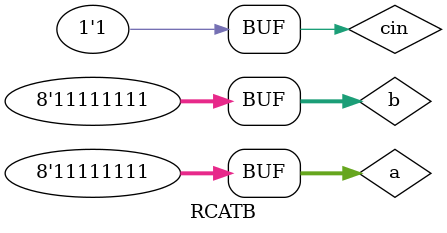
<source format=v>
`timescale 1us/10ns
module RCATB;
reg [7:0] a;
reg [7:0] b;
reg cin;
wire [7:0] S;
wire C;
Ripple_Carry_Adder_eight_bits_v uut(.A(a),.B(b),.C0(cin),.S(S),.Cout(C));
initial begin
$dumpfile("wave_Ripple_Carry_Adder_eight_bits_v.vcd");
$dumpvars(0,RCATB); 
end
initial begin
a=8'b00000001;b=8'b00000001;cin=1'b0;
#10; a=8'b00000001;b=8'b00000001;cin=1'b1;
#10; a=8'b00000010;b=8'b00000011;cin=1'b0;
#10; a=8'b10000001;b=8'b10000001;cin=1'b0;
#10; a=8'b00011001;b=8'b00110001;cin=1'b0;
#10; a=8'b00000011;b=8'b00000011;cin=1'b1;
#10; a=8'b11111111;b=8'b00000001;cin=1'b0;
#10; a=8'b11111111;b=8'b00000000;cin=1'b1;
#10; a=8'b11111111;b=8'b11111111;cin=1'b0;
#10; a=8'b11111111;b=8'b11111111;cin=1'b1;
#10; 
end
endmodule

</source>
